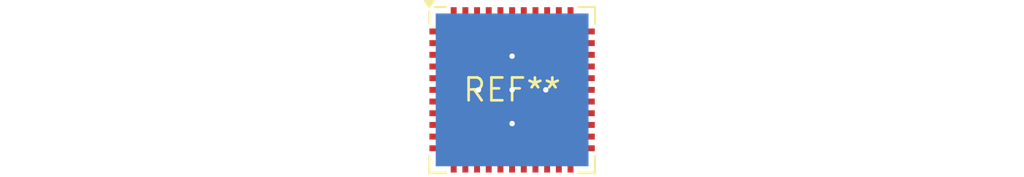
<source format=kicad_pcb>
(kicad_pcb (version 20240108) (generator pcbnew)
  (layers (0 "F.Cu" signal) (31 "B.Cu" signal) (34 "B.Paste" user) (35 "F.Paste" user) (36 "B.SilkS" user "B.Silkscreen") (37 "F.SilkS" user "F.Silkscreen") (38 "B.Mask" user) (39 "F.Mask" user) (44 "Edge.Cuts" user))
  (net 0 "")
  (footprint "QFN-44-1EP_9x9mm_P0.65mm_EP7.5x7.5mm_ThermalVias" (layer "F.Cu") (at 0 0)
    (property "Reference" "REF**")
    (property "Value" "QFN-44-1EP_9x9mm_P0.65mm_EP7.5x7.5mm_ThermalVias")
    (fp_line (start -4.61 -4.37) (end -4.61 -3.68) (layer "F.SilkS") (stroke (width 0.12)))
    (fp_line (start -4.61 4.61) (end -4.61 3.68) (layer "F.SilkS") (stroke (width 0.12)))
    (fp_line (start -3.68 -4.61) (end -4.31 -4.61) (layer "F.SilkS") (stroke (width 0.12)))
    (fp_line (start -3.68 4.61) (end -4.61 4.61) (layer "F.SilkS") (stroke (width 0.12)))
    (fp_line (start 3.68 -4.61) (end 4.61 -4.61) (layer "F.SilkS") (stroke (width 0.12)))
    (fp_line (start 3.68 4.61) (end 4.61 4.61) (layer "F.SilkS") (stroke (width 0.12)))
    (fp_line (start 4.61 -4.61) (end 4.61 -3.68) (layer "F.SilkS") (stroke (width 0.12)))
    (fp_line (start 4.61 4.61) (end 4.61 3.68) (layer "F.SilkS") (stroke (width 0.12)))
    (fp_poly (pts (xy -4.61 -4.61) (xy -4.85 -4.94) (xy -4.37 -4.94) (xy -4.61 -4.61)) (layer "F.SilkS") (stroke (width 0.12)) (fill solid))
    (pad "1" smd rect (at -4.3 -3.25) (size 0.6 0.33) (layers "F.Cu" "F.Paste" "F.Mask"))
    (pad "2" smd rect (at -4.3 -2.6) (size 0.6 0.33) (layers "F.Cu" "F.Paste" "F.Mask"))
    (pad "3" smd rect (at -4.3 -1.95) (size 0.6 0.33) (layers "F.Cu" "F.Paste" "F.Mask"))
    (pad "4" smd rect (at -4.3 -1.3) (size 0.6 0.33) (layers "F.Cu" "F.Paste" "F.Mask"))
    (pad "5" smd rect (at -4.3 -0.65) (size 0.6 0.33) (layers "F.Cu" "F.Paste" "F.Mask"))
    (pad "6" smd rect (at -4.3 0) (size 0.6 0.33) (layers "F.Cu" "F.Paste" "F.Mask"))
    (pad "7" smd rect (at -4.3 0.65) (size 0.6 0.33) (layers "F.Cu" "F.Paste" "F.Mask"))
    (pad "8" smd rect (at -4.3 1.3) (size 0.6 0.33) (layers "F.Cu" "F.Paste" "F.Mask"))
    (pad "9" smd rect (at -4.3 1.95) (size 0.6 0.33) (layers "F.Cu" "F.Paste" "F.Mask"))
    (pad "10" smd rect (at -4.3 2.6) (size 0.6 0.33) (layers "F.Cu" "F.Paste" "F.Mask"))
    (pad "11" smd rect (at -4.3 3.25) (size 0.6 0.33) (layers "F.Cu" "F.Paste" "F.Mask"))
    (pad "12" smd rect (at -3.25 4.3 90) (size 0.6 0.33) (layers "F.Cu" "F.Paste" "F.Mask"))
    (pad "13" smd rect (at -2.6 4.3 90) (size 0.6 0.33) (layers "F.Cu" "F.Paste" "F.Mask"))
    (pad "14" smd rect (at -1.95 4.3 90) (size 0.6 0.33) (layers "F.Cu" "F.Paste" "F.Mask"))
    (pad "15" smd rect (at -1.3 4.3 90) (size 0.6 0.33) (layers "F.Cu" "F.Paste" "F.Mask"))
    (pad "16" smd rect (at -0.65 4.3 90) (size 0.6 0.33) (layers "F.Cu" "F.Paste" "F.Mask"))
    (pad "17" smd rect (at 0 4.3 90) (size 0.6 0.33) (layers "F.Cu" "F.Paste" "F.Mask"))
    (pad "18" smd rect (at 0.65 4.3 90) (size 0.6 0.33) (layers "F.Cu" "F.Paste" "F.Mask"))
    (pad "19" smd rect (at 1.3 4.3 90) (size 0.6 0.33) (layers "F.Cu" "F.Paste" "F.Mask"))
    (pad "20" smd rect (at 1.95 4.3 90) (size 0.6 0.33) (layers "F.Cu" "F.Paste" "F.Mask"))
    (pad "21" smd rect (at 2.6 4.3 90) (size 0.6 0.33) (layers "F.Cu" "F.Paste" "F.Mask"))
    (pad "22" smd rect (at 3.25 4.3 90) (size 0.6 0.33) (layers "F.Cu" "F.Paste" "F.Mask"))
    (pad "23" smd rect (at 4.3 3.25) (size 0.6 0.33) (layers "F.Cu" "F.Paste" "F.Mask"))
    (pad "24" smd rect (at 4.3 2.6) (size 0.6 0.33) (layers "F.Cu" "F.Paste" "F.Mask"))
    (pad "25" smd rect (at 4.3 1.95) (size 0.6 0.33) (layers "F.Cu" "F.Paste" "F.Mask"))
    (pad "26" smd rect (at 4.3 1.3) (size 0.6 0.33) (layers "F.Cu" "F.Paste" "F.Mask"))
    (pad "27" smd rect (at 4.3 0.65) (size 0.6 0.33) (layers "F.Cu" "F.Paste" "F.Mask"))
    (pad "28" smd rect (at 4.3 0) (size 0.6 0.33) (layers "F.Cu" "F.Paste" "F.Mask"))
    (pad "29" smd rect (at 4.3 -0.65) (size 0.6 0.33) (layers "F.Cu" "F.Paste" "F.Mask"))
    (pad "30" smd rect (at 4.3 -1.3) (size 0.6 0.33) (layers "F.Cu" "F.Paste" "F.Mask"))
    (pad "31" smd rect (at 4.3 -1.95) (size 0.6 0.33) (layers "F.Cu" "F.Paste" "F.Mask"))
    (pad "32" smd rect (at 4.3 -2.6) (size 0.6 0.33) (layers "F.Cu" "F.Paste" "F.Mask"))
    (pad "33" smd rect (at 4.3 -3.25) (size 0.6 0.33) (layers "F.Cu" "F.Paste" "F.Mask"))
    (pad "34" smd rect (at 3.25 -4.3 90) (size 0.6 0.33) (layers "F.Cu" "F.Paste" "F.Mask"))
    (pad "35" smd rect (at 2.6 -4.3 90) (size 0.6 0.33) (layers "F.Cu" "F.Paste" "F.Mask"))
    (pad "36" smd rect (at 1.95 -4.3 90) (size 0.6 0.33) (layers "F.Cu" "F.Paste" "F.Mask"))
    (pad "37" smd rect (at 1.3 -4.3 90) (size 0.6 0.33) (layers "F.Cu" "F.Paste" "F.Mask"))
    (pad "38" smd rect (at 0.65 -4.3 90) (size 0.6 0.33) (layers "F.Cu" "F.Paste" "F.Mask"))
    (pad "39" smd rect (at 0 -4.3 90) (size 0.6 0.33) (layers "F.Cu" "F.Paste" "F.Mask"))
    (pad "40" smd rect (at -0.65 -4.3 90) (size 0.6 0.33) (layers "F.Cu" "F.Paste" "F.Mask"))
    (pad "41" smd rect (at -1.3 -4.3 90) (size 0.6 0.33) (layers "F.Cu" "F.Paste" "F.Mask"))
    (pad "42" smd rect (at -1.95 -4.3 90) (size 0.6 0.33) (layers "F.Cu" "F.Paste" "F.Mask"))
    (pad "43" smd rect (at -2.6 -4.3 90) (size 0.6 0.33) (layers "F.Cu" "F.Paste" "F.Mask"))
    (pad "44" smd rect (at -3.25 -4.3 90) (size 0.6 0.33) (layers "F.Cu" "F.Paste" "F.Mask"))
    (pad "45" thru_hole circle (at -1.875 0) (size 0.6 0.6) (drill 0.3) (layers *.Cu) (remove_unused_layers))
    (pad "45" thru_hole circle (at 0 -1.875) (size 0.6 0.6) (drill 0.3) (layers *.Cu) (remove_unused_layers))
    (pad "45" thru_hole circle (at 0 0) (size 0.6 0.6) (drill 0.3) (layers *.Cu) (remove_unused_layers))
    (pad "45" smd rect (at 0 0) (size 7.5 7.5) (layers "F.Cu" "F.Mask"))
    (pad "45" smd rect (at 0 0) (size 8.5 8.5) (layers "B.Cu"))
    (pad "45" thru_hole circle (at 0 1.875) (size 0.6 0.6) (drill 0.3) (layers *.Cu) (remove_unused_layers))
    (pad "45" thru_hole circle (at 1.875 0) (size 0.6 0.6) (drill 0.3) (layers *.Cu) (remove_unused_layers))
  )
)
</source>
